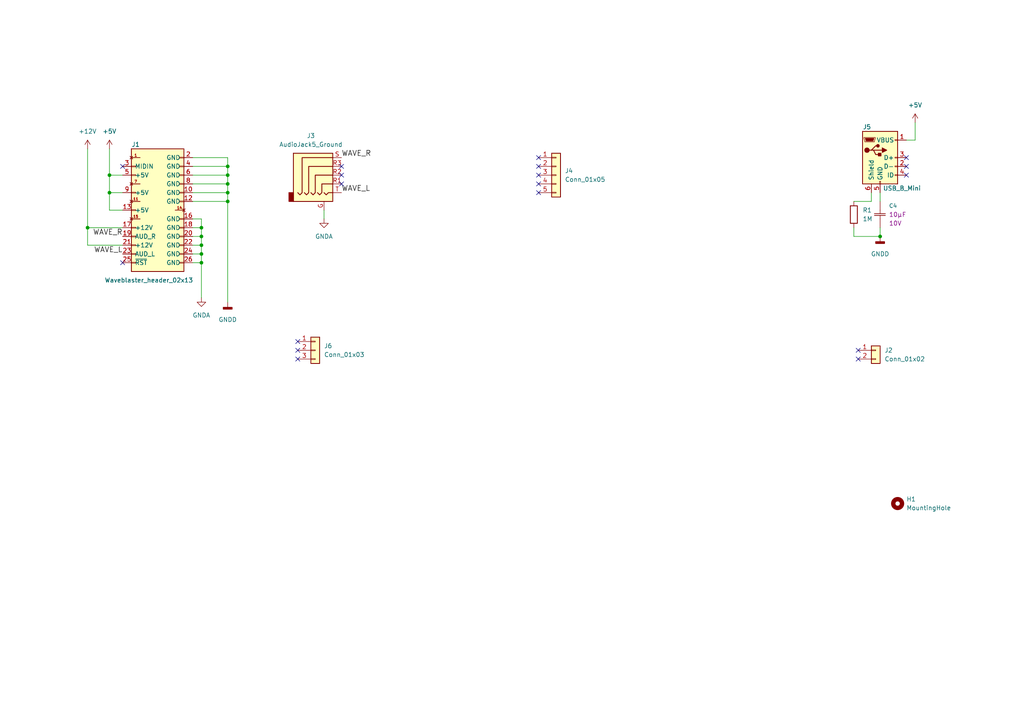
<source format=kicad_sch>
(kicad_sch (version 20211123) (generator eeschema)
  (paper "A4")
  (lib_symbols
    (symbol "Connector:AudioJack5_Ground"
      (property "Reference" "J" (at 0 11.43 0))
      (property "Value" "AudioJack5_Ground" (at 0 8.89 0))
      (symbol "AudioJack5_Ground_0_1"
        (rectangle (start -8.89 -5.08) (end -10.16 -7.62) (stroke (width 0.254)) (fill (type outline)))
        (polyline (pts (xy 0 -5.08) (xy 0.635 -5.715) (xy 1.27 -5.08) (xy 2.54 -5.08)) (stroke (width 0.254)))
        (polyline (pts (xy -5.715 -5.08) (xy -5.08 -5.715) (xy -4.445 -5.08) (xy -4.445 2.54) (xy 2.54 2.54)) (stroke (width 0.254)))
        (polyline (pts (xy -1.905 -5.08) (xy -1.27 -5.715) (xy -0.635 -5.08) (xy -0.635 -2.54) (xy 2.54 -2.54)) (stroke (width 0.254)))
        (polyline (pts (xy 2.54 0) (xy -2.54 0) (xy -2.54 -5.08) (xy -3.175 -5.715) (xy -3.81 -5.08)) (stroke (width 0.254)))
        (polyline (pts (xy 2.54 5.08) (xy -6.35 5.08) (xy -6.35 -5.08) (xy -6.985 -5.715) (xy -7.62 -5.08)) (stroke (width 0.254)))
        (rectangle (start 2.54 6.35) (end -8.89 -7.62) (stroke (width 0.254)) (fill (type background)))
      )
      (symbol "AudioJack5_Ground_1_1"
        (pin passive line (at 0 -10.16 90) (length 2.54) (name "~") (number "G"))
        (pin passive line (at 5.08 -2.54 180) (length 2.54) (name "~") (number "R1"))
        (pin passive line (at 5.08 0 180) (length 2.54) (name "~") (number "R2"))
        (pin passive line (at 5.08 2.54 180) (length 2.54) (name "~") (number "R3"))
        (pin passive line (at 5.08 5.08 180) (length 2.54) (name "~") (number "S"))
        (pin passive line (at 5.08 -5.08 180) (length 2.54) (name "~") (number "T"))
      )
    )
    (symbol "Connector:USB_B_Mini" (pin_names (offset 1.016))
      (property "Reference" "J" (at -5.08 11.43 0))
      (property "Value" "USB_B_Mini" (at -5.08 8.89 0))
      (symbol "USB_B_Mini_0_1"
        (rectangle (start -5.08 -7.62) (end 5.08 7.62) (stroke (width 0.254)) (fill (type background)))
        (circle (center -3.81 2.159) (radius 0.635) (stroke (width 0.254)) (fill (type outline)))
        (circle (center -0.635 3.429) (radius 0.381) (stroke (width 0.254)) (fill (type outline)))
        (rectangle (start -0.127 -7.62) (end 0.127 -6.858))
        (polyline (pts (xy -1.905 2.159) (xy 0.635 2.159)) (stroke (width 0.254)))
        (polyline (pts (xy -3.175 2.159) (xy -2.54 2.159) (xy -1.27 3.429) (xy -0.635 3.429)) (stroke (width 0.254)))
        (polyline (pts (xy -2.54 2.159) (xy -1.905 2.159) (xy -1.27 0.889) (xy 0 0.889)) (stroke (width 0.254)))
        (polyline (pts (xy 0.635 2.794) (xy 0.635 1.524) (xy 1.905 2.159) (xy 0.635 2.794)) (stroke (width 0.254)) (fill (type outline)))
        (polyline (pts (xy -4.318 5.588) (xy -1.778 5.588) (xy -2.032 4.826) (xy -4.064 4.826) (xy -4.318 5.588)) (fill (type outline)))
        (polyline (pts (xy -4.699 5.842) (xy -4.699 5.588) (xy -4.445 4.826) (xy -4.445 4.572) (xy -1.651 4.572) (xy -1.651 4.826) (xy -1.397 5.588) (xy -1.397 5.842) (xy -4.699 5.842)))
        (rectangle (start 0.254 1.27) (end -0.508 0.508) (stroke (width 0.254)) (fill (type outline)))
        (rectangle (start 5.08 -5.207) (end 4.318 -4.953))
        (rectangle (start 5.08 -2.667) (end 4.318 -2.413))
        (rectangle (start 5.08 -0.127) (end 4.318 0.127))
        (rectangle (start 5.08 4.953) (end 4.318 5.207))
      )
      (symbol "USB_B_Mini_1_1"
        (pin power_out line (at 7.62 5.08 180) (length 2.54) (name "VBUS") (number "1"))
        (pin bidirectional line (at 7.62 -2.54 180) (length 2.54) (name "D-") (number "2"))
        (pin bidirectional line (at 7.62 0 180) (length 2.54) (name "D+") (number "3"))
        (pin passive line (at 7.62 -5.08 180) (length 2.54) (name "ID") (number "4"))
        (pin power_out line (at 0 -10.16 90) (length 2.54) (name "GND") (number "5"))
        (pin passive line (at -2.54 -10.16 90) (length 2.54) (name "Shield") (number "6"))
      )
    )
    (symbol "Connector_Generic:Conn_01x02" (pin_names (offset 1.016) hide)
      (property "Reference" "J" (at 0 2.54 0))
      (property "Value" "Conn_01x02" (at 0 -5.08 0))
      (symbol "Conn_01x02_1_1"
        (rectangle (start -1.27 -2.413) (end 0 -2.667) (stroke (width 0.1524)))
        (rectangle (start -1.27 0.127) (end 0 -0.127) (stroke (width 0.1524)))
        (rectangle (start -1.27 1.27) (end 1.27 -3.81) (stroke (width 0.254)) (fill (type background)))
        (pin passive line (at -5.08 0 0) (length 3.81) (name "Pin_1") (number "1"))
        (pin passive line (at -5.08 -2.54 0) (length 3.81) (name "Pin_2") (number "2"))
      )
    )
    (symbol "Connector_Generic:Conn_01x03" (pin_names (offset 1.016) hide)
      (property "Reference" "J" (at 0 5.08 0))
      (property "Value" "Conn_01x03" (at 0 -5.08 0))
      (symbol "Conn_01x03_1_1"
        (rectangle (start -1.27 -2.413) (end 0 -2.667) (stroke (width 0.1524)))
        (rectangle (start -1.27 0.127) (end 0 -0.127) (stroke (width 0.1524)))
        (rectangle (start -1.27 2.667) (end 0 2.413) (stroke (width 0.1524)))
        (rectangle (start -1.27 3.81) (end 1.27 -3.81) (stroke (width 0.254)) (fill (type background)))
        (pin passive line (at -5.08 2.54 0) (length 3.81) (name "Pin_1") (number "1"))
        (pin passive line (at -5.08 0 0) (length 3.81) (name "Pin_2") (number "2"))
        (pin passive line (at -5.08 -2.54 0) (length 3.81) (name "Pin_3") (number "3"))
      )
    )
    (symbol "Connector_Generic:Conn_01x05" (pin_names (offset 1.016) hide)
      (property "Reference" "J" (at 0 7.62 0))
      (property "Value" "Conn_01x05" (at 0 -7.62 0))
      (symbol "Conn_01x05_1_1"
        (rectangle (start -1.27 -4.953) (end 0 -5.207) (stroke (width 0.1524)))
        (rectangle (start -1.27 -2.413) (end 0 -2.667) (stroke (width 0.1524)))
        (rectangle (start -1.27 0.127) (end 0 -0.127) (stroke (width 0.1524)))
        (rectangle (start -1.27 2.667) (end 0 2.413) (stroke (width 0.1524)))
        (rectangle (start -1.27 5.207) (end 0 4.953) (stroke (width 0.1524)))
        (rectangle (start -1.27 6.35) (end 1.27 -6.35) (stroke (width 0.254)) (fill (type background)))
        (pin passive line (at -5.08 5.08 0) (length 3.81) (name "Pin_1") (number "1"))
        (pin passive line (at -5.08 2.54 0) (length 3.81) (name "Pin_2") (number "2"))
        (pin passive line (at -5.08 0 0) (length 3.81) (name "Pin_3") (number "3"))
        (pin passive line (at -5.08 -2.54 0) (length 3.81) (name "Pin_4") (number "4"))
        (pin passive line (at -5.08 -5.08 0) (length 3.81) (name "Pin_5") (number "5"))
      )
    )
    (symbol "Device:R" (pin_numbers hide) (pin_names (offset 0))
      (property "Reference" "R" (at 2.032 0 90))
      (property "Value" "R" (at 0 0 90))
      (symbol "R_0_1"
        (rectangle (start -1.016 -2.54) (end 1.016 2.54) (stroke (width 0.254)))
      )
      (symbol "R_1_1"
        (pin passive line (at 0 3.81 270) (length 1.27) (name "~") (number "1"))
        (pin passive line (at 0 -3.81 90) (length 1.27) (name "~") (number "2"))
      )
    )
    (symbol "LRJ-parts:C_GRM188D71A106KA73D" (pin_numbers hide) (pin_names (offset 1.016) hide)
      (property "Reference" "C" (at 1.524 2.921 0))
      (property "Capacitance" "10µF" (at 5.08 0 0))
      (property "Voltage rating" "10V" (at 5.08 -2.54 0))
      (symbol "C_GRM188D71A106KA73D_1_1"
        (polyline (pts (xy -1.651 -0.254) (xy 1.524 -0.254)) (stroke (width 0.2032)))
        (polyline (pts (xy -1.651 0.254) (xy 1.524 0.254)) (stroke (width 0.2032)))
        (polyline (pts (xy 0 -1.27) (xy 0 -0.254)))
        (polyline (pts (xy 0 1.27) (xy 0 0.254)))
        (pin passive line (at 0 3.81 270) (length 2.54) (name "1") (number "1"))
        (pin passive line (at 0 -3.81 90) (length 2.54) (name "2") (number "2"))
      )
    )
    (symbol "Mechanical:MountingHole" (pin_names (offset 1.016))
      (property "Reference" "H" (at 0 5.08 0))
      (property "Value" "MountingHole" (at 0 3.175 0))
      (symbol "MountingHole_0_1"
        (circle (center 0 0) (radius 1.27) (stroke (width 1.27)))
      )
    )
    (symbol "Ultra-MSX:Waveblaster_header_02x13" (pin_names (offset 1.016))
      (property "Reference" "J" (at 0 20.32 0))
      (property "Value" "Waveblaster_header_02x13" (at 0 -20.32 0))
      (symbol "Waveblaster_header_02x13_1_1"
        (rectangle (start -7.62 -15.113) (end -6.35 -15.367) (stroke (width 0.1524)))
        (rectangle (start -7.62 -12.573) (end -6.35 -12.827) (stroke (width 0.1524)))
        (rectangle (start -7.62 -10.033) (end -6.35 -10.287) (stroke (width 0.1524)))
        (rectangle (start -7.62 -7.493) (end -6.35 -7.747) (stroke (width 0.1524)))
        (rectangle (start -7.62 -4.953) (end -6.35 -5.207) (stroke (width 0.1524)))
        (rectangle (start -7.62 0.127) (end -6.35 -0.127) (stroke (width 0.1524)))
        (rectangle (start -7.62 5.207) (end -6.35 4.953) (stroke (width 0.1524)))
        (rectangle (start -7.62 10.287) (end -6.35 10.033) (stroke (width 0.1524)))
        (rectangle (start -7.62 12.827) (end -6.35 12.573) (stroke (width 0.1524)))
        (rectangle (start -7.62 17.78) (end 7.62 -17.78) (stroke (width 0.254)) (fill (type background)))
        (rectangle (start 7.62 -15.113) (end 6.35 -15.367) (stroke (width 0.1524)))
        (rectangle (start 7.62 -12.573) (end 6.35 -12.827) (stroke (width 0.1524)))
        (rectangle (start 7.62 -10.033) (end 6.35 -10.287) (stroke (width 0.1524)))
        (rectangle (start 7.62 -7.493) (end 6.35 -7.747) (stroke (width 0.1524)))
        (rectangle (start 7.62 -4.953) (end 6.35 -5.207) (stroke (width 0.1524)))
        (rectangle (start 7.62 -2.413) (end 6.35 -2.667) (stroke (width 0.1524)))
        (rectangle (start 7.62 2.667) (end 6.35 2.413) (stroke (width 0.1524)))
        (rectangle (start 7.62 5.207) (end 6.35 4.953) (stroke (width 0.1524)))
        (rectangle (start 7.62 7.747) (end 6.35 7.493) (stroke (width 0.1524)))
        (rectangle (start 7.62 10.287) (end 6.35 10.033) (stroke (width 0.1524)))
        (rectangle (start 7.62 12.827) (end 6.35 12.573) (stroke (width 0.1524)))
        (rectangle (start 7.62 15.367) (end 6.35 15.113) (stroke (width 0.1524)))
        (pin no_connect line (at -7.62 15.24 0) (length 2.54) (name "N/C") (number "1"))
        (pin power_in line (at 10.16 5.08 180) (length 2.54) (name "GND") (number "10"))
        (pin no_connect line (at -7.62 2.54 0) (length 2.54) (name "N/C") (number "11"))
        (pin power_in line (at 10.16 2.54 180) (length 2.54) (name "GND") (number "12"))
        (pin power_in line (at -10.16 0 0) (length 2.54) (name "+5V") (number "13"))
        (pin no_connect line (at 7.62 0 180) (length 2.54) (name "N/C") (number "14"))
        (pin no_connect line (at -7.62 -2.54 0) (length 2.54) (name "N/C") (number "15"))
        (pin power_in line (at 10.16 -2.54 180) (length 2.54) (name "GND") (number "16"))
        (pin power_in line (at -10.16 -5.08 0) (length 2.54) (name "+12V") (number "17"))
        (pin power_in line (at 10.16 -5.08 180) (length 2.54) (name "GND") (number "18"))
        (pin output line (at -10.16 -7.62 0) (length 2.54) (name "AUD_R") (number "19"))
        (pin power_in line (at 10.16 15.24 180) (length 2.54) (name "GND") (number "2"))
        (pin power_in line (at 10.16 -7.62 180) (length 2.54) (name "GND") (number "20"))
        (pin power_in line (at -10.16 -10.16 0) (length 2.54) (name "+12V") (number "21"))
        (pin power_in line (at 10.16 -10.16 180) (length 2.54) (name "GND") (number "22"))
        (pin output line (at -10.16 -12.7 0) (length 2.54) (name "AUD_L") (number "23"))
        (pin power_in line (at 10.16 -12.7 180) (length 2.54) (name "GND") (number "24"))
        (pin passive line (at -10.16 -15.24 0) (length 2.54) (name "~{RST}") (number "25"))
        (pin power_in line (at 10.16 -15.24 180) (length 2.54) (name "GND") (number "26"))
        (pin passive line (at -10.16 12.7 0) (length 2.54) (name "MIDIN") (number "3"))
        (pin passive line (at 10.16 12.7 180) (length 2.54) (name "GND") (number "4"))
        (pin power_in line (at -10.16 10.16 0) (length 2.54) (name "+5V") (number "5"))
        (pin power_in line (at 10.16 10.16 180) (length 2.54) (name "GND") (number "6"))
        (pin no_connect line (at -7.62 7.62 0) (length 2.54) (name "N/C") (number "7"))
        (pin power_in line (at 10.16 7.62 180) (length 2.54) (name "GND") (number "8"))
        (pin power_in line (at -10.16 5.08 0) (length 2.54) (name "+5V") (number "9"))
      )
    )
    (symbol "power:+12V" (power) (pin_names (offset 0))
      (property "Value" "+12V" (at 0 3.556 0))
      (symbol "+12V_0_1"
        (polyline (pts (xy -0.762 1.27) (xy 0 2.54)))
        (polyline (pts (xy 0 0) (xy 0 2.54)))
        (polyline (pts (xy 0 2.54) (xy 0.762 1.27)))
      )
      (symbol "+12V_1_1"
        (pin power_in line (at 0 0 90) (length 0) hide (name "+12V") (number "1"))
      )
    )
    (symbol "power:+5V" (power) (pin_names (offset 0))
      (property "Value" "+5V" (at 0 3.556 0))
      (symbol "+5V_0_1"
        (polyline (pts (xy -0.762 1.27) (xy 0 2.54)))
        (polyline (pts (xy 0 0) (xy 0 2.54)))
        (polyline (pts (xy 0 2.54) (xy 0.762 1.27)))
      )
      (symbol "+5V_1_1"
        (pin power_in line (at 0 0 90) (length 0) hide (name "+5V") (number "1"))
      )
    )
    (symbol "power:GNDA" (power) (pin_names (offset 0))
      (property "Value" "GNDA" (at 0 -3.81 0))
      (symbol "GNDA_0_1"
        (polyline (pts (xy 0 0) (xy 0 -1.27) (xy 1.27 -1.27) (xy 0 -2.54) (xy -1.27 -1.27) (xy 0 -1.27)))
      )
      (symbol "GNDA_1_1"
        (pin power_in line (at 0 0 270) (length 0) hide (name "GNDA") (number "1"))
      )
    )
    (symbol "power:GNDD" (power) (pin_names (offset 0))
      (property "Value" "GNDD" (at 0 -3.175 0))
      (symbol "GNDD_0_1"
        (rectangle (start -1.27 -1.524) (end 1.27 -2.032) (stroke (width 0.254)) (fill (type outline)))
        (polyline (pts (xy 0 0) (xy 0 -1.524)))
      )
      (symbol "GNDD_1_1"
        (pin power_in line (at 0 0 270) (length 0) hide (name "GNDD") (number "1"))
      )
    )
  )
  (junction (at 255.27 68.58))
  (junction (at 31.75 55.88))
  (junction (at 31.75 50.8))
  (junction (at 58.42 73.66))
  (junction (at 66.04 50.8))
  (junction (at 58.42 76.2))
  (junction (at 66.04 53.34))
  (junction (at 58.42 71.12))
  (junction (at 58.42 68.58))
  (junction (at 66.04 58.42))
  (junction (at 66.04 55.88))
  (junction (at 58.42 66.04))
  (junction (at 66.04 48.26))
  (junction (at 25.4 66.04))
  (no_connect (at 35.56 48.26))
  (no_connect (at 156.21 55.88))
  (no_connect (at 86.36 104.14))
  (no_connect (at 262.89 45.72))
  (no_connect (at 262.89 48.26))
  (no_connect (at 262.89 50.8))
  (no_connect (at 99.06 50.8))
  (no_connect (at 156.21 53.34))
  (no_connect (at 86.36 99.06))
  (no_connect (at 99.06 53.34))
  (no_connect (at 35.56 76.2))
  (no_connect (at 156.21 50.8))
  (no_connect (at 156.21 48.26))
  (no_connect (at 248.92 101.6))
  (no_connect (at 248.92 104.14))
  (no_connect (at 156.21 45.72))
  (no_connect (at 86.36 101.6))
  (no_connect (at 99.06 48.26))
  (wire (pts (xy 55.88 50.8) (xy 66.04 50.8)))
  (wire (pts (xy 247.65 58.42) (xy 252.73 58.42)))
  (wire (pts (xy 25.4 66.04) (xy 35.56 66.04)))
  (wire (pts (xy 66.04 45.72) (xy 55.88 45.72)))
  (wire (pts (xy 55.88 66.04) (xy 58.42 66.04)))
  (wire (pts (xy 35.56 71.12) (xy 25.4 71.12)))
  (wire (pts (xy 55.88 55.88) (xy 66.04 55.88)))
  (wire (pts (xy 31.75 50.8) (xy 35.56 50.8)))
  (wire (pts (xy 31.75 60.96) (xy 35.56 60.96)))
  (wire (pts (xy 66.04 48.26) (xy 66.04 45.72)))
  (wire (pts (xy 255.27 55.88) (xy 255.27 58.42)))
  (wire (pts (xy 55.88 68.58) (xy 58.42 68.58)))
  (wire (pts (xy 252.73 55.88) (xy 252.73 58.42)))
  (wire (pts (xy 55.88 76.2) (xy 58.42 76.2)))
  (wire (pts (xy 25.4 43.18) (xy 25.4 66.04)))
  (wire (pts (xy 265.43 35.56) (xy 265.43 40.64)))
  (wire (pts (xy 31.75 50.8) (xy 31.75 55.88)))
  (wire (pts (xy 66.04 87.63) (xy 66.04 58.42)))
  (wire (pts (xy 255.27 66.04) (xy 255.27 68.58)))
  (wire (pts (xy 58.42 73.66) (xy 58.42 71.12)))
  (wire (pts (xy 66.04 58.42) (xy 66.04 55.88)))
  (wire (pts (xy 247.65 68.58) (xy 255.27 68.58)))
  (wire (pts (xy 58.42 63.5) (xy 55.88 63.5)))
  (wire (pts (xy 25.4 71.12) (xy 25.4 66.04)))
  (wire (pts (xy 31.75 55.88) (xy 31.75 60.96)))
  (wire (pts (xy 265.43 40.64) (xy 262.89 40.64)))
  (wire (pts (xy 31.75 55.88) (xy 35.56 55.88)))
  (wire (pts (xy 58.42 76.2) (xy 58.42 73.66)))
  (wire (pts (xy 58.42 68.58) (xy 58.42 66.04)))
  (wire (pts (xy 58.42 71.12) (xy 58.42 68.58)))
  (wire (pts (xy 247.65 66.04) (xy 247.65 68.58)))
  (wire (pts (xy 66.04 55.88) (xy 66.04 53.34)))
  (wire (pts (xy 31.75 43.18) (xy 31.75 50.8)))
  (wire (pts (xy 58.42 86.36) (xy 58.42 76.2)))
  (wire (pts (xy 66.04 53.34) (xy 66.04 50.8)))
  (wire (pts (xy 58.42 66.04) (xy 58.42 63.5)))
  (wire (pts (xy 55.88 58.42) (xy 66.04 58.42)))
  (wire (pts (xy 93.98 60.96) (xy 93.98 63.5)))
  (wire (pts (xy 66.04 50.8) (xy 66.04 48.26)))
  (wire (pts (xy 55.88 71.12) (xy 58.42 71.12)))
  (wire (pts (xy 55.88 53.34) (xy 66.04 53.34)))
  (wire (pts (xy 55.88 73.66) (xy 58.42 73.66)))
  (wire (pts (xy 55.88 48.26) (xy 66.04 48.26)))
  (label "WAVE_R" (at 35.56 68.58 180) (effects (font (size 1.524 1.524))))
  (label "WAVE_L" (at 35.56 73.66 180) (effects (font (size 1.524 1.524))))
  (label "WAVE_L" (at 99.06 55.88 0) (effects (font (size 1.524 1.524))))
  (label "WAVE_R" (at 99.06 45.72 0) (effects (font (size 1.524 1.524))))
  (symbol (lib_id "LRJ-parts:C_GRM188D71A106KA73D") (at 255.27 62.23 0) (unit 1)
    (property "Reference" "C4" (at 257.81 59.69 0) (effects (font (size 1.143 1.143)) (justify left)))
    (property "Value" "C_GRM188D71A106KA73D" (effects hide))
    (property "Footprint" "Capacitor_SMD:C_0603_1608Metric" (effects hide))
    (property "Datasheet" "https://media.digikey.com/pdf/Data%20Sheets/Samsung%20PDFs/CL_Series_MLCC_ds.pdf" (effects hide))
    (property "Manufacturer" "Murata Electronics" (effects hide))
    (property "MPN" "GRM188D71A106KA73D" (effects hide))
    (property "Capacitance" "10µF" (at 257.81 62.2299 0) (effects (justify left)))
    (property "Voltage rating" "10V" (at 257.81 64.7699 0) (effects (justify left)))
    (property "Temperature Coefficient " "X7T" (effects hide))
    (property "Mounting type" "SMD" (effects hide))
    (property "Status" "Active" (effects hide))
  )
  (symbol (lib_id "Device:R") (at 247.65 62.23 0) (unit 1)
    (property "Reference" "R1" (at 250.19 60.9599 0) (effects (justify left)))
    (property "Value" "1M" (at 250.19 63.4999 0) (effects (justify left)))
    (property "Footprint" "Resistor_SMD:R_0603_1608Metric" (effects hide))
  )
  (symbol (lib_id "Mechanical:MountingHole") (at 260.35 146.05 0) (unit 1)
    (property "Reference" "H1" (at 262.89 144.7799 0) (effects (justify left)))
    (property "Value" "MountingHole" (at 262.89 147.3199 0) (effects (justify left)))
    (property "Footprint" "MountingHole:MountingHole_3.2mm_M3" (effects hide))
  )
  (symbol (lib_id "Connector:AudioJack5_Ground") (at 93.98 50.8 0) (unit 1)
    (property "Reference" "J3" (at 90.17 39.37 0))
    (property "Value" "AudioJack5_Ground" (at 90.17 41.91 0))
    (property "Footprint" "Connector_Audio:Jack_3.5mm_PJ311_Horizontal" (effects hide))
  )
  (symbol (lib_id "power:+5V") (at 31.75 43.18 0) (unit 1)
    (property "Reference" "#PWR02" (effects hide))
    (property "Value" "+5V" (at 31.75 38.1 0))
  )
  (symbol (lib_id "Connector_Generic:Conn_01x02") (at 254 101.6 0) (unit 1)
    (property "Reference" "J2" (at 256.54 101.5999 0) (effects (justify left)))
    (property "Value" "Conn_01x02" (at 256.54 104.1399 0) (effects (justify left)))
    (property "Footprint" "Connector_PinHeader_2.54mm:PinHeader_1x02_P2.54mm_Vertical" (effects hide))
  )
  (symbol (lib_id "power:GNDD") (at 255.27 68.58 0) (unit 1)
    (property "Reference" "#PWR06" (effects hide))
    (property "Value" "GNDD" (at 255.27 73.66 0))
  )
  (symbol (lib_id "Connector_Generic:Conn_01x05") (at 161.29 50.8 0) (unit 1)
    (property "Reference" "J4" (at 163.83 49.5299 0) (effects (justify left)))
    (property "Value" "Conn_01x05" (at 163.83 52.0699 0) (effects (justify left)))
    (property "Footprint" "Connector_PinHeader_2.54mm:PinHeader_1x05_P2.54mm_Vertical" (effects hide))
  )
  (symbol (lib_id "power:GNDD") (at 66.04 87.63 0) (unit 1)
    (property "Reference" "#PWR04" (effects hide))
    (property "Value" "GNDD" (at 66.04 92.71 0))
  )
  (symbol (lib_id "power:GNDA") (at 93.98 63.5 0) (unit 1)
    (property "Reference" "#PWR05" (effects hide))
    (property "Value" "GNDA" (at 93.98 68.58 0))
  )
  (symbol (lib_id "power:+5V") (at 265.43 35.56 0) (unit 1)
    (property "Reference" "#PWR07" (effects hide))
    (property "Value" "+5V" (at 265.43 30.48 0))
  )
  (symbol (lib_id "Connector:USB_B_Mini") (at 255.27 45.72 0) (unit 1)
    (property "Reference" "J5" (at 251.46 36.83 0))
    (property "Value" "USB_B_Mini" (at 261.62 54.61 0))
    (property "Footprint" "Connector_USB:USB_Mini-B_Lumberg_2486_01_Horizontal" (effects hide))
  )
  (symbol (lib_id "Ultra-MSX:Waveblaster_header_02x13") (at 45.72 60.96 0) (unit 1)
    (property "Reference" "J1" (at 39.37 41.91 0))
    (property "Value" "Waveblaster_header_02x13" (at 43.18 81.28 0))
    (property "Footprint" "Connector_PinSocket_2.54mm:PinSocket_2x13_P2.54mm_Vertical" (effects hide))
  )
  (symbol (lib_id "power:GNDA") (at 58.42 86.36 0) (unit 1)
    (property "Reference" "#PWR03" (effects hide))
    (property "Value" "GNDA" (at 58.42 91.44 0))
  )
  (symbol (lib_id "Connector_Generic:Conn_01x03") (at 91.44 101.6 0) (unit 1)
    (property "Reference" "J6" (at 93.98 100.3299 0) (effects (justify left)))
    (property "Value" "Conn_01x03" (at 93.98 102.8699 0) (effects (justify left)))
    (property "Footprint" "Connector_PinHeader_2.54mm:PinHeader_1x03_P2.54mm_Vertical" (effects hide))
  )
  (symbol (lib_id "power:+12V") (at 25.4 43.18 0) (unit 1)
    (property "Reference" "#PWR01" (effects hide))
    (property "Value" "+12V" (at 25.4 38.1 0))
  )
)
</source>
